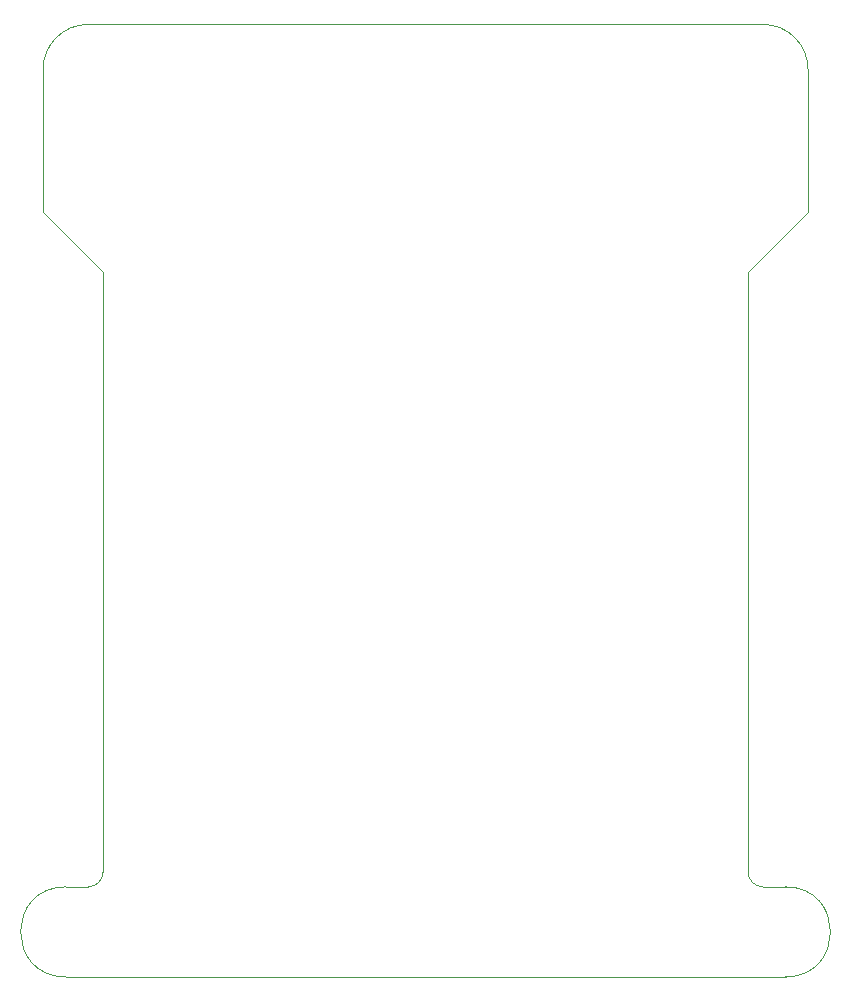
<source format=gbr>
G04 #@! TF.GenerationSoftware,KiCad,Pcbnew,(5.99.0-126-g64b5e8bee)*
G04 #@! TF.CreationDate,2019-09-15T22:15:21-04:00*
G04 #@! TF.ProjectId,PCB,5043422e-6b69-4636-9164-5f7063625858,rev?*
G04 #@! TF.SameCoordinates,Original*
G04 #@! TF.FileFunction,Profile,NP*
%FSLAX46Y46*%
G04 Gerber Fmt 4.6, Leading zero omitted, Abs format (unit mm)*
G04 Created by KiCad (PCBNEW (5.99.0-126-g64b5e8bee)) date 2019-09-15 22:15:21*
%MOMM*%
%LPD*%
G04 APERTURE LIST*
%ADD10C,0.050000*%
G04 APERTURE END LIST*
D10*
X265430000Y-60960000D02*
X265430000Y-48895000D01*
X202565000Y-118110000D02*
X204470000Y-118110000D01*
X263525000Y-125730000D02*
X202565000Y-125730000D01*
X261620000Y-118110000D02*
X263525000Y-118110000D01*
X261620000Y-118110000D02*
G75*
G02X260350000Y-116840000I0J1270000D01*
G01*
X205740000Y-116840000D02*
G75*
G02X204470000Y-118110000I-1270000J0D01*
G01*
X261620000Y-45085000D02*
X204470000Y-45085000D01*
X200660000Y-48895000D02*
G75*
G02X204470000Y-45085000I3810000J0D01*
G01*
X261620000Y-45085000D02*
G75*
G02X265430000Y-48895000I0J-3810000D01*
G01*
X202565000Y-125730000D02*
G75*
G02X202565000Y-118110000I0J3810000D01*
G01*
X263525000Y-118110000D02*
G75*
G02X263525000Y-125730000I0J-3810000D01*
G01*
X260350000Y-66040000D02*
X265430000Y-60960000D01*
X200660000Y-60960000D02*
X200660000Y-48895000D01*
X205740000Y-66040000D02*
X200660000Y-60960000D01*
X205740000Y-116840000D02*
X205740000Y-66040000D01*
X260350000Y-116840000D02*
X260350000Y-66040000D01*
M02*

</source>
